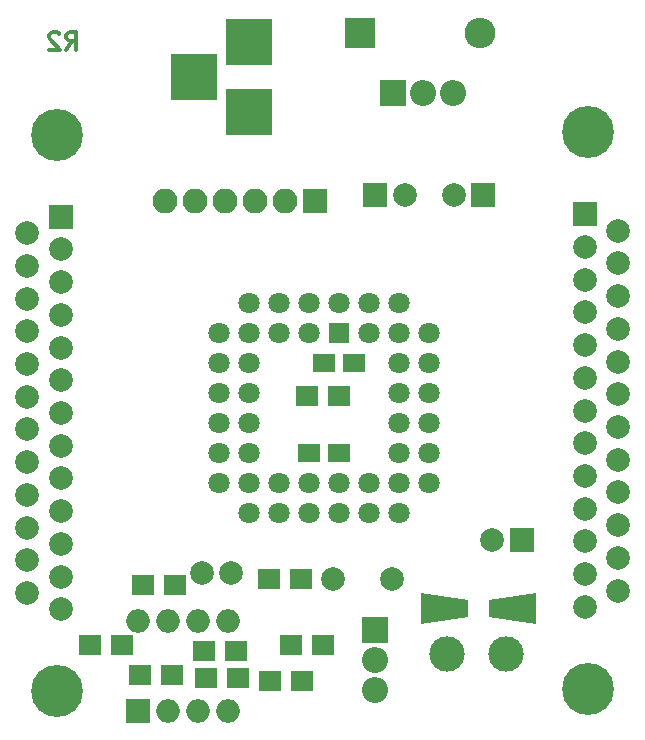
<source format=gbs>
G04 #@! TF.FileFunction,Soldermask,Bot*
%FSLAX46Y46*%
G04 Gerber Fmt 4.6, Leading zero omitted, Abs format (unit mm)*
G04 Created by KiCad (PCBNEW 4.0.7-e2-6376~58~ubuntu16.04.1) date Sat Dec  9 11:07:45 2023*
%MOMM*%
%LPD*%
G01*
G04 APERTURE LIST*
%ADD10C,0.100000*%
%ADD11C,0.300000*%
%ADD12R,2.000000X2.000000*%
%ADD13C,2.000000*%
%ADD14R,1.900000X1.650000*%
%ADD15R,2.600000X2.600000*%
%ADD16O,2.600000X2.600000*%
%ADD17R,3.900000X3.900000*%
%ADD18C,4.400000*%
%ADD19R,2.100000X2.100000*%
%ADD20O,2.100000X2.100000*%
%ADD21C,3.000000*%
%ADD22R,2.200000X2.200000*%
%ADD23O,2.200000X2.200000*%
%ADD24R,1.900000X1.700000*%
%ADD25R,1.797000X1.797000*%
%ADD26C,1.797000*%
%ADD27O,2.000000X2.000000*%
G04 APERTURE END LIST*
D10*
D11*
X93721999Y-41826571D02*
X94221999Y-41112286D01*
X94579142Y-41826571D02*
X94579142Y-40326571D01*
X94007714Y-40326571D01*
X93864856Y-40398000D01*
X93793428Y-40469429D01*
X93721999Y-40612286D01*
X93721999Y-40826571D01*
X93793428Y-40969429D01*
X93864856Y-41040857D01*
X94007714Y-41112286D01*
X94579142Y-41112286D01*
X93150571Y-40469429D02*
X93079142Y-40398000D01*
X92936285Y-40326571D01*
X92579142Y-40326571D01*
X92436285Y-40398000D01*
X92364856Y-40469429D01*
X92293428Y-40612286D01*
X92293428Y-40755143D01*
X92364856Y-40969429D01*
X93221999Y-41826571D01*
X92293428Y-41826571D01*
D12*
X119888000Y-54102000D03*
D13*
X122388000Y-54102000D03*
D12*
X129032000Y-54102000D03*
D13*
X126532000Y-54102000D03*
D14*
X115590000Y-68326000D03*
X118090000Y-68326000D03*
X114320000Y-75946000D03*
X116820000Y-75946000D03*
D13*
X116332000Y-86614000D03*
X121332000Y-86614000D03*
X105196000Y-86106000D03*
X107696000Y-86106000D03*
D12*
X132294000Y-83312000D03*
D13*
X129794000Y-83312000D03*
D15*
X118618000Y-40386000D03*
D16*
X128778000Y-40386000D03*
D10*
G36*
X123730000Y-90504000D02*
X123730000Y-87804000D01*
X127730000Y-88404000D01*
X127730000Y-89904000D01*
X123730000Y-90504000D01*
X123730000Y-90504000D01*
G37*
G36*
X133530000Y-87804000D02*
X133530000Y-90504000D01*
X129530000Y-89904000D01*
X129530000Y-88404000D01*
X133530000Y-87804000D01*
X133530000Y-87804000D01*
G37*
D17*
X109220000Y-47148000D03*
X109220000Y-41148000D03*
X104520000Y-44148000D03*
D12*
X93264000Y-55981000D03*
D13*
X93264000Y-58751000D03*
X93264000Y-61521000D03*
X93264000Y-64291000D03*
X93264000Y-67061000D03*
X93264000Y-69831000D03*
X93264000Y-72601000D03*
X93264000Y-75371000D03*
X93264000Y-78141000D03*
X93264000Y-80911000D03*
X93264000Y-83681000D03*
X93264000Y-86451000D03*
X93264000Y-89221000D03*
X90424000Y-57366000D03*
X90424000Y-60136000D03*
X90424000Y-62906000D03*
X90424000Y-65676000D03*
X90424000Y-68446000D03*
X90424000Y-71216000D03*
X90424000Y-73986000D03*
X90424000Y-76756000D03*
X90424000Y-79526000D03*
X90424000Y-82296000D03*
X90424000Y-85066000D03*
X90424000Y-87836000D03*
D18*
X92964000Y-49051000D03*
X92964000Y-96151000D03*
D19*
X114808000Y-54610000D03*
D20*
X112268000Y-54610000D03*
X109728000Y-54610000D03*
X107188000Y-54610000D03*
X104648000Y-54610000D03*
X102108000Y-54610000D03*
D12*
X137622000Y-55775000D03*
D13*
X137622000Y-58545000D03*
X137622000Y-61315000D03*
X137622000Y-64085000D03*
X137622000Y-66855000D03*
X137622000Y-69625000D03*
X137622000Y-72395000D03*
X137622000Y-75165000D03*
X137622000Y-77935000D03*
X137622000Y-80705000D03*
X137622000Y-83475000D03*
X137622000Y-86245000D03*
X137622000Y-89015000D03*
X140462000Y-57160000D03*
X140462000Y-59930000D03*
X140462000Y-62700000D03*
X140462000Y-65470000D03*
X140462000Y-68240000D03*
X140462000Y-71010000D03*
X140462000Y-73780000D03*
X140462000Y-76550000D03*
X140462000Y-79320000D03*
X140462000Y-82090000D03*
X140462000Y-84860000D03*
X140462000Y-87630000D03*
D18*
X137922000Y-95945000D03*
X137922000Y-48845000D03*
D21*
X125984000Y-92964000D03*
X130984000Y-92964000D03*
D22*
X119888000Y-90932000D03*
D23*
X119888000Y-93472000D03*
X119888000Y-96012000D03*
D24*
X114140000Y-71120000D03*
X116840000Y-71120000D03*
X105410000Y-92710000D03*
X108110000Y-92710000D03*
X105584000Y-94996000D03*
X108284000Y-94996000D03*
X102696000Y-94742000D03*
X99996000Y-94742000D03*
X113618000Y-86614000D03*
X110918000Y-86614000D03*
X112776000Y-92202000D03*
X115476000Y-92202000D03*
X113698000Y-95250000D03*
X110998000Y-95250000D03*
X100250000Y-87122000D03*
X102950000Y-87122000D03*
X95758000Y-92202000D03*
X98458000Y-92202000D03*
D22*
X121412000Y-45466000D03*
D23*
X123952000Y-45466000D03*
X126492000Y-45466000D03*
D25*
X116840000Y-65786000D03*
D26*
X114300000Y-63246000D03*
X114300000Y-65786000D03*
X111760000Y-63246000D03*
X111760000Y-65786000D03*
X109220000Y-63246000D03*
X106680000Y-65786000D03*
X109220000Y-65786000D03*
X106680000Y-68326000D03*
X109220000Y-68326000D03*
X106680000Y-70866000D03*
X109220000Y-70866000D03*
X106680000Y-73406000D03*
X109220000Y-73406000D03*
X106680000Y-75946000D03*
X109220000Y-75946000D03*
X106680000Y-78486000D03*
X109220000Y-81026000D03*
X109220000Y-78486000D03*
X111760000Y-81026000D03*
X111760000Y-78486000D03*
X114300000Y-81026000D03*
X114300000Y-78486000D03*
X116840000Y-81026000D03*
X116840000Y-78486000D03*
X119380000Y-81026000D03*
X119380000Y-78486000D03*
X121920000Y-81026000D03*
X124460000Y-78486000D03*
X121920000Y-78486000D03*
X124460000Y-75946000D03*
X121920000Y-75946000D03*
X124460000Y-73406000D03*
X121920000Y-73406000D03*
X124460000Y-70866000D03*
X121920000Y-70866000D03*
X124460000Y-68326000D03*
X121920000Y-68326000D03*
X124460000Y-65786000D03*
X121920000Y-63246000D03*
X121920000Y-65786000D03*
X119380000Y-63246000D03*
X119380000Y-65786000D03*
X116840000Y-63246000D03*
D12*
X99822000Y-97790000D03*
D27*
X107442000Y-90170000D03*
X102362000Y-97790000D03*
X104902000Y-90170000D03*
X104902000Y-97790000D03*
X102362000Y-90170000D03*
X107442000Y-97790000D03*
X99822000Y-90170000D03*
M02*

</source>
